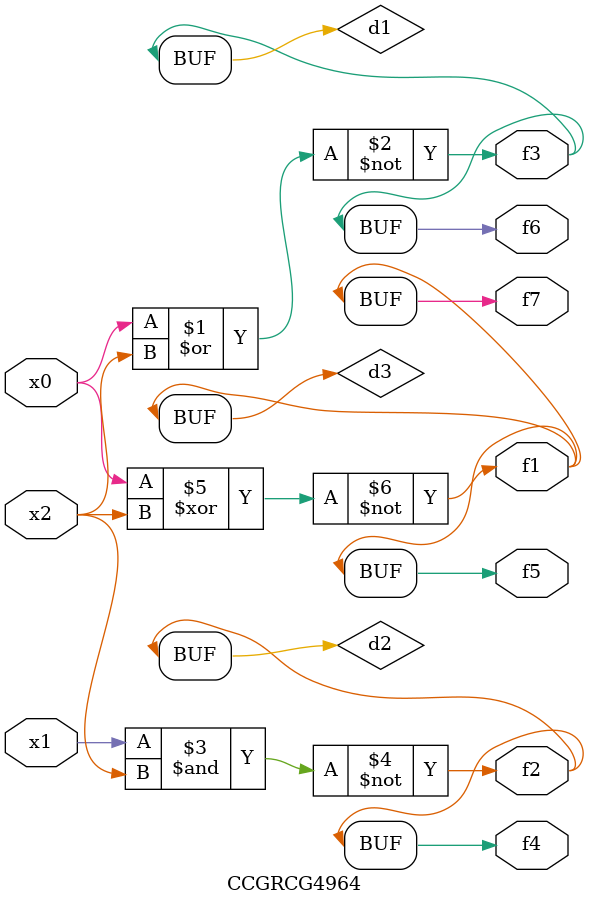
<source format=v>
module CCGRCG4964(
	input x0, x1, x2,
	output f1, f2, f3, f4, f5, f6, f7
);

	wire d1, d2, d3;

	nor (d1, x0, x2);
	nand (d2, x1, x2);
	xnor (d3, x0, x2);
	assign f1 = d3;
	assign f2 = d2;
	assign f3 = d1;
	assign f4 = d2;
	assign f5 = d3;
	assign f6 = d1;
	assign f7 = d3;
endmodule

</source>
